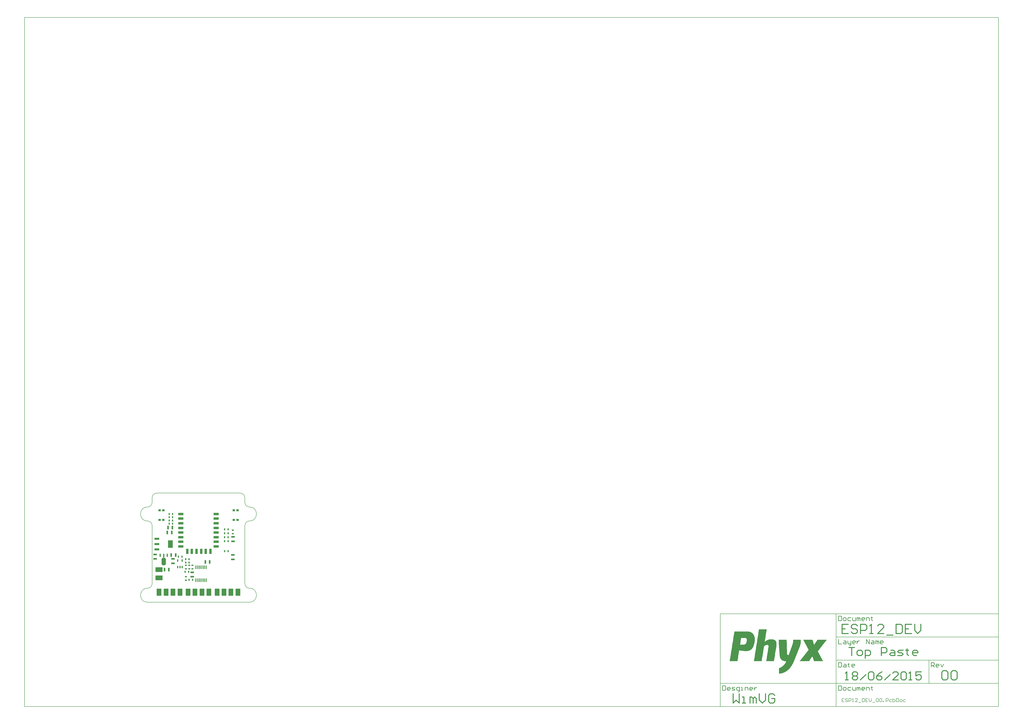
<source format=gtp>
G04 Layer_Color=8421504*
%FSLAX25Y25*%
%MOIN*%
G70*
G01*
G75*
%ADD10C,0.00787*%
%ADD12C,0.01575*%
%ADD19R,0.02362X0.03543*%
%ADD20R,0.02362X0.03937*%
%ADD21R,0.02756X0.05906*%
G04:AMPARAMS|DCode=22|XSize=74.8mil|YSize=125.98mil|CornerRadius=0mil|HoleSize=0mil|Usage=FLASHONLY|Rotation=0.000|XOffset=0mil|YOffset=0mil|HoleType=Round|Shape=Octagon|*
%AMOCTAGOND22*
4,1,8,-0.01870,0.06299,0.01870,0.06299,0.03740,0.04429,0.03740,-0.04429,0.01870,-0.06299,-0.01870,-0.06299,-0.03740,-0.04429,-0.03740,0.04429,-0.01870,0.06299,0.0*
%
%ADD22OCTAGOND22*%

%ADD23R,0.02362X0.05512*%
%ADD24R,0.02362X0.07087*%
%ADD25R,0.01378X0.06299*%
%ADD26R,0.05906X0.02756*%
G04:AMPARAMS|DCode=28|XSize=118.11mil|YSize=78.74mil|CornerRadius=3.94mil|HoleSize=0mil|Usage=FLASHONLY|Rotation=90.000|XOffset=0mil|YOffset=0mil|HoleType=Round|Shape=RoundedRectangle|*
%AMROUNDEDRECTD28*
21,1,0.11811,0.07087,0,0,90.0*
21,1,0.11024,0.07874,0,0,90.0*
1,1,0.00787,0.03543,0.05512*
1,1,0.00787,0.03543,-0.05512*
1,1,0.00787,-0.03543,-0.05512*
1,1,0.00787,-0.03543,0.05512*
%
%ADD28ROUNDEDRECTD28*%
%ADD29R,0.03543X0.02362*%
G04:AMPARAMS|DCode=30|XSize=118.11mil|YSize=78.74mil|CornerRadius=3.94mil|HoleSize=0mil|Usage=FLASHONLY|Rotation=180.000|XOffset=0mil|YOffset=0mil|HoleType=Round|Shape=RoundedRectangle|*
%AMROUNDEDRECTD30*
21,1,0.11811,0.07087,0,0,180.0*
21,1,0.11024,0.07874,0,0,180.0*
1,1,0.00787,-0.05512,0.03543*
1,1,0.00787,0.05512,0.03543*
1,1,0.00787,0.05512,-0.03543*
1,1,0.00787,-0.05512,-0.03543*
%
%ADD30ROUNDEDRECTD30*%
%ADD31R,0.03937X0.03543*%
%ADD32R,0.08465X0.12795*%
%ADD33R,0.08465X0.03543*%
%ADD34R,0.03937X0.08858*%
%ADD35R,0.08858X0.03937*%
%ADD38C,0.00984*%
G36*
X1121080Y-64032D02*
Y-64318D01*
Y-64605D01*
Y-64891D01*
Y-65177D01*
Y-65464D01*
Y-65750D01*
Y-66036D01*
Y-66322D01*
Y-66609D01*
Y-66895D01*
Y-67181D01*
Y-67468D01*
Y-67754D01*
Y-68040D01*
Y-68327D01*
Y-68613D01*
Y-68899D01*
Y-69186D01*
Y-69472D01*
Y-69758D01*
X1120793D01*
Y-70044D01*
Y-70331D01*
Y-70617D01*
Y-70903D01*
Y-71190D01*
X1120507D01*
Y-71476D01*
Y-71762D01*
Y-72049D01*
Y-72335D01*
X1120221D01*
Y-72621D01*
Y-72908D01*
Y-73194D01*
Y-73480D01*
X1119934D01*
Y-73767D01*
Y-74053D01*
Y-74339D01*
X1119648D01*
Y-74625D01*
Y-74912D01*
Y-75198D01*
X1119362D01*
Y-75485D01*
Y-75771D01*
Y-76057D01*
X1119075D01*
Y-76343D01*
Y-76630D01*
Y-76916D01*
X1118789D01*
Y-77202D01*
Y-77489D01*
X1118503D01*
Y-77775D01*
Y-78061D01*
X1118217D01*
Y-78348D01*
Y-78634D01*
Y-78920D01*
X1117930D01*
Y-79207D01*
Y-79493D01*
X1117644D01*
Y-79779D01*
Y-80066D01*
Y-80352D01*
X1117358D01*
Y-80638D01*
Y-80924D01*
X1117071D01*
Y-81211D01*
Y-81497D01*
Y-81783D01*
X1116785D01*
Y-82070D01*
Y-82356D01*
X1116499D01*
Y-82642D01*
Y-82929D01*
Y-83215D01*
X1116212D01*
Y-83501D01*
Y-83788D01*
X1115926D01*
Y-84074D01*
Y-84360D01*
Y-84646D01*
X1115640D01*
Y-84933D01*
Y-85219D01*
X1115353D01*
Y-85505D01*
Y-85792D01*
Y-86078D01*
X1115067D01*
Y-86364D01*
Y-86651D01*
X1114781D01*
Y-86937D01*
Y-87223D01*
Y-87510D01*
X1114494D01*
Y-87796D01*
Y-88082D01*
X1114208D01*
Y-88369D01*
Y-88655D01*
Y-88941D01*
X1113922D01*
Y-89227D01*
Y-89514D01*
X1113636D01*
Y-89800D01*
Y-90086D01*
Y-90373D01*
X1113349D01*
Y-90659D01*
Y-90945D01*
X1113063D01*
Y-91232D01*
Y-91518D01*
Y-91804D01*
X1112776D01*
Y-92091D01*
Y-92377D01*
X1112490D01*
Y-92663D01*
Y-92950D01*
Y-93236D01*
X1112204D01*
Y-93522D01*
Y-93809D01*
X1111918D01*
Y-94095D01*
Y-94381D01*
Y-94667D01*
X1111631D01*
Y-94954D01*
Y-95240D01*
X1111345D01*
Y-95526D01*
Y-95813D01*
Y-96099D01*
X1111059D01*
Y-96385D01*
Y-96672D01*
X1110772D01*
Y-96958D01*
Y-97244D01*
Y-97531D01*
X1110486D01*
Y-97817D01*
Y-98103D01*
X1110200D01*
Y-98390D01*
Y-98676D01*
Y-98962D01*
X1109913D01*
Y-99248D01*
Y-99535D01*
X1109627D01*
Y-99821D01*
Y-100107D01*
Y-100394D01*
X1109341D01*
Y-100680D01*
Y-100966D01*
X1109054D01*
Y-101253D01*
Y-101539D01*
X1108768D01*
Y-101825D01*
Y-102112D01*
X1108482D01*
Y-102398D01*
Y-102684D01*
Y-102971D01*
X1108195D01*
Y-103257D01*
X1107909D01*
Y-103543D01*
Y-103829D01*
Y-104116D01*
X1107623D01*
Y-104402D01*
X1107337D01*
Y-104688D01*
Y-104975D01*
X1107050D01*
Y-105261D01*
Y-105547D01*
X1106764D01*
Y-105834D01*
Y-106120D01*
X1106478D01*
Y-106406D01*
Y-106693D01*
X1106191D01*
Y-106979D01*
X1105905D01*
Y-107265D01*
Y-107552D01*
X1105619D01*
Y-107838D01*
Y-108124D01*
X1105332D01*
Y-108411D01*
X1105046D01*
Y-108697D01*
X1104760D01*
Y-108983D01*
Y-109269D01*
X1104473D01*
Y-109556D01*
X1104187D01*
Y-109842D01*
Y-110128D01*
X1103901D01*
Y-110415D01*
X1103615D01*
Y-110701D01*
X1103328D01*
Y-110987D01*
Y-111274D01*
X1103042D01*
Y-111560D01*
X1102756D01*
Y-111846D01*
X1102469D01*
Y-112133D01*
X1102183D01*
Y-112419D01*
X1101897D01*
Y-112705D01*
Y-112991D01*
X1101610D01*
Y-113278D01*
X1101324D01*
Y-113564D01*
X1101038D01*
Y-113850D01*
X1100751D01*
Y-114137D01*
X1100465D01*
Y-114423D01*
X1100179D01*
Y-114709D01*
X1099892D01*
Y-114996D01*
X1099320D01*
Y-115282D01*
X1099034D01*
Y-115568D01*
X1098747D01*
Y-115855D01*
X1098461D01*
Y-116141D01*
X1098175D01*
Y-116427D01*
X1097602D01*
Y-116714D01*
X1097316D01*
Y-117000D01*
X1096743D01*
Y-117286D01*
X1096457D01*
Y-117572D01*
X1095884D01*
Y-117859D01*
X1095598D01*
Y-118145D01*
X1095025D01*
Y-118431D01*
X1094452D01*
Y-118718D01*
X1093880D01*
Y-119004D01*
X1093307D01*
Y-119290D01*
X1092735D01*
Y-119577D01*
X1091876D01*
Y-119863D01*
X1091303D01*
Y-120149D01*
X1090444D01*
Y-120436D01*
X1089299D01*
Y-120722D01*
X1088154D01*
Y-121008D01*
X1086436D01*
Y-121294D01*
X1084432D01*
Y-121581D01*
X1084145D01*
Y-121294D01*
Y-121008D01*
Y-120722D01*
Y-120436D01*
Y-120149D01*
Y-119863D01*
Y-119577D01*
Y-119290D01*
Y-119004D01*
Y-118718D01*
Y-118431D01*
Y-118145D01*
Y-117859D01*
Y-117572D01*
Y-117286D01*
Y-117000D01*
Y-116714D01*
Y-116427D01*
Y-116141D01*
Y-115855D01*
Y-115568D01*
Y-115282D01*
Y-114996D01*
Y-114709D01*
Y-114423D01*
Y-114137D01*
Y-113850D01*
Y-113564D01*
Y-113278D01*
Y-112991D01*
Y-112705D01*
Y-112419D01*
Y-112133D01*
X1084718D01*
Y-111846D01*
X1085291D01*
Y-111560D01*
X1085863D01*
Y-111274D01*
X1086436D01*
Y-110987D01*
X1087008D01*
Y-110701D01*
X1087581D01*
Y-110415D01*
X1087867D01*
Y-110128D01*
X1088440D01*
Y-109842D01*
X1088726D01*
Y-109556D01*
X1089299D01*
Y-109269D01*
X1089585D01*
Y-108983D01*
X1089872D01*
Y-108697D01*
X1090444D01*
Y-108411D01*
X1090730D01*
Y-108124D01*
X1091017D01*
Y-107838D01*
X1091303D01*
Y-107552D01*
X1091589D01*
Y-107265D01*
X1091876D01*
Y-106979D01*
X1092162D01*
Y-106693D01*
X1092448D01*
Y-106406D01*
X1092735D01*
Y-106120D01*
X1093021D01*
Y-105834D01*
X1093307D01*
Y-105547D01*
X1093594D01*
Y-105261D01*
Y-104975D01*
X1093880D01*
Y-104688D01*
X1094166D01*
Y-104402D01*
X1094452D01*
Y-104116D01*
Y-103829D01*
X1094739D01*
Y-103543D01*
X1095025D01*
Y-103257D01*
Y-102971D01*
X1095311D01*
Y-102684D01*
Y-102398D01*
X1095598D01*
Y-102112D01*
X1095884D01*
Y-101825D01*
Y-101539D01*
X1096170D01*
Y-101253D01*
Y-100966D01*
X1096457D01*
Y-100680D01*
Y-100394D01*
X1094739D01*
Y-100107D01*
X1092735D01*
Y-99821D01*
X1091589D01*
Y-99535D01*
X1091017D01*
Y-99248D01*
X1090158D01*
Y-98962D01*
X1089585D01*
Y-98676D01*
X1089299D01*
Y-98390D01*
X1088726D01*
Y-98103D01*
X1088440D01*
Y-97817D01*
X1088154D01*
Y-97531D01*
X1087867D01*
Y-97244D01*
X1087581D01*
Y-96958D01*
X1087295D01*
Y-96672D01*
Y-96385D01*
X1087008D01*
Y-96099D01*
X1086722D01*
Y-95813D01*
Y-95526D01*
X1086436D01*
Y-95240D01*
Y-94954D01*
X1086149D01*
Y-94667D01*
Y-94381D01*
X1085863D01*
Y-94095D01*
Y-93809D01*
Y-93522D01*
X1085577D01*
Y-93236D01*
Y-92950D01*
Y-92663D01*
Y-92377D01*
X1085291D01*
Y-92091D01*
Y-91804D01*
Y-91518D01*
Y-91232D01*
Y-90945D01*
Y-90659D01*
Y-90373D01*
X1085004D01*
Y-90086D01*
Y-89800D01*
Y-89514D01*
Y-89227D01*
Y-88941D01*
Y-88655D01*
Y-88369D01*
Y-88082D01*
Y-87796D01*
Y-87510D01*
Y-87223D01*
Y-86937D01*
Y-86651D01*
Y-86364D01*
Y-86078D01*
X1084718D01*
Y-85792D01*
Y-85505D01*
Y-85219D01*
Y-84933D01*
Y-84646D01*
Y-84360D01*
Y-84074D01*
Y-83788D01*
Y-83501D01*
Y-83215D01*
Y-82929D01*
Y-82642D01*
Y-82356D01*
Y-82070D01*
Y-81783D01*
X1084432D01*
Y-81497D01*
Y-81211D01*
Y-80924D01*
Y-80638D01*
Y-80352D01*
Y-80066D01*
Y-79779D01*
Y-79493D01*
Y-79207D01*
Y-78920D01*
Y-78634D01*
Y-78348D01*
Y-78061D01*
Y-77775D01*
Y-77489D01*
Y-77202D01*
X1084145D01*
Y-76916D01*
Y-76630D01*
Y-76343D01*
Y-76057D01*
Y-75771D01*
Y-75485D01*
Y-75198D01*
Y-74912D01*
Y-74625D01*
Y-74339D01*
Y-74053D01*
Y-73767D01*
Y-73480D01*
Y-73194D01*
Y-72908D01*
Y-72621D01*
X1083859D01*
Y-72335D01*
Y-72049D01*
Y-71762D01*
Y-71476D01*
Y-71190D01*
Y-70903D01*
Y-70617D01*
Y-70331D01*
Y-70044D01*
Y-69758D01*
Y-69472D01*
Y-69186D01*
Y-68899D01*
Y-68613D01*
X1083573D01*
Y-68327D01*
Y-68040D01*
Y-67754D01*
Y-67468D01*
Y-67181D01*
Y-66895D01*
Y-66609D01*
Y-66322D01*
Y-66036D01*
Y-65750D01*
Y-65464D01*
Y-65177D01*
Y-64891D01*
Y-64605D01*
Y-64318D01*
Y-64032D01*
X1083286D01*
Y-63746D01*
X1097029D01*
Y-64032D01*
Y-64318D01*
Y-64605D01*
Y-64891D01*
Y-65177D01*
Y-65464D01*
Y-65750D01*
Y-66036D01*
Y-66322D01*
Y-66609D01*
Y-66895D01*
Y-67181D01*
Y-67468D01*
Y-67754D01*
X1097316D01*
Y-68040D01*
Y-68327D01*
Y-68613D01*
Y-68899D01*
Y-69186D01*
Y-69472D01*
Y-69758D01*
Y-70044D01*
Y-70331D01*
Y-70617D01*
Y-70903D01*
Y-71190D01*
Y-71476D01*
Y-71762D01*
Y-72049D01*
Y-72335D01*
Y-72621D01*
Y-72908D01*
Y-73194D01*
Y-73480D01*
Y-73767D01*
Y-74053D01*
Y-74339D01*
Y-74625D01*
Y-74912D01*
Y-75198D01*
Y-75485D01*
Y-75771D01*
Y-76057D01*
Y-76343D01*
Y-76630D01*
Y-76916D01*
Y-77202D01*
Y-77489D01*
Y-77775D01*
Y-78061D01*
Y-78348D01*
Y-78634D01*
Y-78920D01*
Y-79207D01*
Y-79493D01*
X1097602D01*
Y-79779D01*
X1097316D01*
Y-80066D01*
Y-80352D01*
X1097602D01*
Y-80638D01*
Y-80924D01*
Y-81211D01*
Y-81497D01*
Y-81783D01*
Y-82070D01*
Y-82356D01*
Y-82642D01*
Y-82929D01*
Y-83215D01*
Y-83501D01*
Y-83788D01*
Y-84074D01*
Y-84360D01*
Y-84646D01*
Y-84933D01*
Y-85219D01*
Y-85505D01*
Y-85792D01*
Y-86078D01*
Y-86364D01*
Y-86651D01*
Y-86937D01*
Y-87223D01*
Y-87510D01*
Y-87796D01*
X1097888D01*
Y-88082D01*
Y-88369D01*
Y-88655D01*
X1098175D01*
Y-88941D01*
X1098461D01*
Y-89227D01*
X1098747D01*
Y-89514D01*
X1099606D01*
Y-89800D01*
X1100465D01*
Y-89514D01*
X1100751D01*
Y-89227D01*
Y-88941D01*
Y-88655D01*
X1101038D01*
Y-88369D01*
Y-88082D01*
X1101324D01*
Y-87796D01*
Y-87510D01*
Y-87223D01*
X1101610D01*
Y-86937D01*
Y-86651D01*
Y-86364D01*
X1101897D01*
Y-86078D01*
Y-85792D01*
Y-85505D01*
X1102183D01*
Y-85219D01*
Y-84933D01*
Y-84646D01*
X1102469D01*
Y-84360D01*
Y-84074D01*
X1102756D01*
Y-83788D01*
Y-83501D01*
Y-83215D01*
X1103042D01*
Y-82929D01*
Y-82642D01*
Y-82356D01*
X1103328D01*
Y-82070D01*
Y-81783D01*
Y-81497D01*
X1103615D01*
Y-81211D01*
Y-80924D01*
X1103901D01*
Y-80638D01*
Y-80352D01*
Y-80066D01*
X1104187D01*
Y-79779D01*
Y-79493D01*
Y-79207D01*
X1104473D01*
Y-78920D01*
Y-78634D01*
Y-78348D01*
X1104760D01*
Y-78061D01*
Y-77775D01*
X1105046D01*
Y-77489D01*
Y-77202D01*
Y-76916D01*
X1105332D01*
Y-76630D01*
Y-76343D01*
Y-76057D01*
X1105619D01*
Y-75771D01*
Y-75485D01*
Y-75198D01*
X1105905D01*
Y-74912D01*
Y-74625D01*
X1106191D01*
Y-74339D01*
Y-74053D01*
Y-73767D01*
X1106478D01*
Y-73480D01*
Y-73194D01*
Y-72908D01*
X1106764D01*
Y-72621D01*
Y-72335D01*
Y-72049D01*
X1107050D01*
Y-71762D01*
Y-71476D01*
Y-71190D01*
Y-70903D01*
X1107337D01*
Y-70617D01*
Y-70331D01*
Y-70044D01*
Y-69758D01*
X1107623D01*
Y-69472D01*
Y-69186D01*
Y-68899D01*
Y-68613D01*
Y-68327D01*
X1107909D01*
Y-68040D01*
Y-67754D01*
Y-67468D01*
Y-67181D01*
Y-66895D01*
Y-66609D01*
X1108195D01*
Y-66322D01*
Y-66036D01*
Y-65750D01*
Y-65464D01*
Y-65177D01*
Y-64891D01*
Y-64605D01*
Y-64318D01*
Y-64032D01*
Y-63746D01*
X1121080D01*
Y-64032D01*
D02*
G37*
G36*
X1063244Y-46567D02*
Y-46853D01*
X1062958D01*
Y-47139D01*
Y-47426D01*
Y-47712D01*
Y-47998D01*
Y-48285D01*
Y-48571D01*
X1062672D01*
Y-48857D01*
Y-49144D01*
Y-49430D01*
Y-49716D01*
Y-50003D01*
Y-50289D01*
X1062385D01*
Y-50575D01*
Y-50862D01*
Y-51148D01*
Y-51434D01*
Y-51720D01*
Y-52007D01*
Y-52293D01*
X1062099D01*
Y-52579D01*
Y-52866D01*
Y-53152D01*
Y-53438D01*
Y-53725D01*
Y-54011D01*
X1061813D01*
Y-54297D01*
Y-54584D01*
Y-54870D01*
Y-55156D01*
Y-55443D01*
Y-55729D01*
X1061526D01*
Y-56015D01*
Y-56301D01*
Y-56588D01*
Y-56874D01*
Y-57161D01*
Y-57447D01*
Y-57733D01*
X1061240D01*
Y-58019D01*
Y-58306D01*
Y-58592D01*
Y-58878D01*
Y-59165D01*
Y-59451D01*
X1060954D01*
Y-59737D01*
Y-60024D01*
Y-60310D01*
Y-60596D01*
Y-60883D01*
Y-61169D01*
X1060668D01*
Y-61455D01*
Y-61742D01*
Y-62028D01*
Y-62314D01*
Y-62600D01*
Y-62887D01*
X1060381D01*
Y-63173D01*
Y-63459D01*
Y-63746D01*
Y-64032D01*
Y-64318D01*
Y-64605D01*
Y-64891D01*
X1060095D01*
Y-65177D01*
Y-65464D01*
Y-65750D01*
Y-66036D01*
Y-66322D01*
Y-66609D01*
X1059809D01*
Y-66895D01*
Y-67181D01*
X1060381D01*
Y-66895D01*
X1060668D01*
Y-66609D01*
X1060954D01*
Y-66322D01*
X1061526D01*
Y-66036D01*
X1061813D01*
Y-65750D01*
X1062099D01*
Y-65464D01*
X1062672D01*
Y-65177D01*
X1063244D01*
Y-64891D01*
X1063531D01*
Y-64605D01*
X1064103D01*
Y-64318D01*
X1064962D01*
Y-64032D01*
X1065535D01*
Y-63746D01*
X1066394D01*
Y-63459D01*
X1067825D01*
Y-63173D01*
X1074124D01*
Y-63459D01*
X1075270D01*
Y-63746D01*
X1076128D01*
Y-64032D01*
X1076701D01*
Y-64318D01*
X1076987D01*
Y-64605D01*
X1077560D01*
Y-64891D01*
X1077846D01*
Y-65177D01*
X1078133D01*
Y-65464D01*
X1078419D01*
Y-65750D01*
X1078705D01*
Y-66036D01*
Y-66322D01*
X1078992D01*
Y-66609D01*
Y-66895D01*
X1079278D01*
Y-67181D01*
Y-67468D01*
Y-67754D01*
X1079564D01*
Y-68040D01*
Y-68327D01*
Y-68613D01*
Y-68899D01*
X1079850D01*
Y-69186D01*
Y-69472D01*
Y-69758D01*
Y-70044D01*
Y-70331D01*
Y-70617D01*
Y-70903D01*
Y-71190D01*
Y-71476D01*
Y-71762D01*
Y-72049D01*
Y-72335D01*
Y-72621D01*
Y-72908D01*
Y-73194D01*
Y-73480D01*
Y-73767D01*
Y-74053D01*
X1079564D01*
Y-74339D01*
Y-74625D01*
Y-74912D01*
Y-75198D01*
Y-75485D01*
Y-75771D01*
Y-76057D01*
X1079278D01*
Y-76343D01*
Y-76630D01*
Y-76916D01*
Y-77202D01*
Y-77489D01*
Y-77775D01*
Y-78061D01*
X1078992D01*
Y-78348D01*
Y-78634D01*
Y-78920D01*
Y-79207D01*
Y-79493D01*
Y-79779D01*
X1078705D01*
Y-80066D01*
Y-80352D01*
Y-80638D01*
Y-80924D01*
Y-81211D01*
Y-81497D01*
X1078419D01*
Y-81783D01*
Y-82070D01*
Y-82356D01*
Y-82642D01*
Y-82929D01*
Y-83215D01*
X1078133D01*
Y-83501D01*
Y-83788D01*
Y-84074D01*
Y-84360D01*
Y-84646D01*
Y-84933D01*
Y-85219D01*
X1077846D01*
Y-85505D01*
Y-85792D01*
Y-86078D01*
Y-86364D01*
Y-86651D01*
Y-86937D01*
X1077560D01*
Y-87223D01*
Y-87510D01*
Y-87796D01*
Y-88082D01*
Y-88369D01*
Y-88655D01*
X1077274D01*
Y-88941D01*
Y-89227D01*
Y-89514D01*
Y-89800D01*
Y-90086D01*
Y-90373D01*
Y-90659D01*
X1076987D01*
Y-90945D01*
Y-91232D01*
Y-91518D01*
Y-91804D01*
Y-92091D01*
Y-92377D01*
X1076701D01*
Y-92663D01*
Y-92950D01*
Y-93236D01*
Y-93522D01*
Y-93809D01*
Y-94095D01*
X1076415D01*
Y-94381D01*
Y-94667D01*
Y-94954D01*
Y-95240D01*
Y-95526D01*
Y-95813D01*
X1076128D01*
Y-96099D01*
Y-96385D01*
Y-96672D01*
Y-96958D01*
Y-97244D01*
Y-97531D01*
Y-97817D01*
X1075842D01*
Y-98103D01*
Y-98390D01*
Y-98676D01*
Y-98962D01*
Y-99248D01*
Y-99535D01*
X1075556D01*
Y-99821D01*
Y-100107D01*
X1062385D01*
Y-99821D01*
Y-99535D01*
X1062672D01*
Y-99248D01*
Y-98962D01*
Y-98676D01*
Y-98390D01*
Y-98103D01*
Y-97817D01*
X1062958D01*
Y-97531D01*
Y-97244D01*
Y-96958D01*
Y-96672D01*
Y-96385D01*
Y-96099D01*
Y-95813D01*
X1063244D01*
Y-95526D01*
Y-95240D01*
Y-94954D01*
Y-94667D01*
Y-94381D01*
Y-94095D01*
X1063531D01*
Y-93809D01*
Y-93522D01*
Y-93236D01*
Y-92950D01*
Y-92663D01*
Y-92377D01*
X1063817D01*
Y-92091D01*
Y-91804D01*
Y-91518D01*
Y-91232D01*
Y-90945D01*
Y-90659D01*
Y-90373D01*
X1064103D01*
Y-90086D01*
Y-89800D01*
Y-89514D01*
Y-89227D01*
Y-88941D01*
Y-88655D01*
X1064390D01*
Y-88369D01*
Y-88082D01*
Y-87796D01*
Y-87510D01*
Y-87223D01*
Y-86937D01*
Y-86651D01*
X1064676D01*
Y-86364D01*
Y-86078D01*
Y-85792D01*
Y-85505D01*
Y-85219D01*
Y-84933D01*
X1064962D01*
Y-84646D01*
Y-84360D01*
Y-84074D01*
Y-83788D01*
Y-83501D01*
Y-83215D01*
X1065249D01*
Y-82929D01*
Y-82642D01*
Y-82356D01*
Y-82070D01*
Y-81783D01*
Y-81497D01*
X1065535D01*
Y-81211D01*
Y-80924D01*
Y-80638D01*
Y-80352D01*
Y-80066D01*
Y-79779D01*
Y-79493D01*
X1065821D01*
Y-79207D01*
Y-78920D01*
Y-78634D01*
Y-78348D01*
Y-78061D01*
Y-77775D01*
X1066107D01*
Y-77489D01*
Y-77202D01*
Y-76916D01*
Y-76630D01*
Y-76343D01*
Y-76057D01*
Y-75771D01*
X1066394D01*
Y-75485D01*
Y-75198D01*
Y-74912D01*
Y-74625D01*
Y-74339D01*
Y-74053D01*
X1066107D01*
Y-73767D01*
Y-73480D01*
X1065821D01*
Y-73194D01*
X1065535D01*
Y-72908D01*
X1064962D01*
Y-72621D01*
X1063244D01*
Y-72908D01*
X1061813D01*
Y-73194D01*
X1060954D01*
Y-73480D01*
X1060381D01*
Y-73767D01*
X1060095D01*
Y-74053D01*
X1059522D01*
Y-74339D01*
X1059236D01*
Y-74625D01*
X1058950D01*
Y-74912D01*
Y-75198D01*
X1058663D01*
Y-75485D01*
Y-75771D01*
Y-76057D01*
X1058377D01*
Y-76343D01*
Y-76630D01*
Y-76916D01*
Y-77202D01*
Y-77489D01*
Y-77775D01*
X1058091D01*
Y-78061D01*
Y-78348D01*
Y-78634D01*
Y-78920D01*
Y-79207D01*
Y-79493D01*
Y-79779D01*
X1057804D01*
Y-80066D01*
Y-80352D01*
Y-80638D01*
Y-80924D01*
Y-81211D01*
Y-81497D01*
X1057518D01*
Y-81783D01*
Y-82070D01*
Y-82356D01*
Y-82642D01*
Y-82929D01*
Y-83215D01*
X1057232D01*
Y-83501D01*
Y-83788D01*
Y-84074D01*
Y-84360D01*
Y-84646D01*
Y-84933D01*
X1056946D01*
Y-85219D01*
Y-85505D01*
Y-85792D01*
Y-86078D01*
Y-86364D01*
Y-86651D01*
Y-86937D01*
X1056659D01*
Y-87223D01*
Y-87510D01*
Y-87796D01*
Y-88082D01*
Y-88369D01*
Y-88655D01*
X1056373D01*
Y-88941D01*
Y-89227D01*
Y-89514D01*
Y-89800D01*
Y-90086D01*
Y-90373D01*
X1056087D01*
Y-90659D01*
Y-90945D01*
Y-91232D01*
Y-91518D01*
Y-91804D01*
Y-92091D01*
Y-92377D01*
X1055800D01*
Y-92663D01*
Y-92950D01*
Y-93236D01*
Y-93522D01*
Y-93809D01*
Y-94095D01*
X1055514D01*
Y-94381D01*
Y-94667D01*
Y-94954D01*
Y-95240D01*
Y-95526D01*
Y-95813D01*
X1055228D01*
Y-96099D01*
Y-96385D01*
Y-96672D01*
Y-96958D01*
Y-97244D01*
Y-97531D01*
X1054941D01*
Y-97817D01*
Y-98103D01*
Y-98390D01*
Y-98676D01*
Y-98962D01*
Y-99248D01*
Y-99535D01*
X1054655D01*
Y-99821D01*
Y-100107D01*
X1041485D01*
Y-99821D01*
Y-99535D01*
X1041771D01*
Y-99248D01*
Y-98962D01*
Y-98676D01*
Y-98390D01*
Y-98103D01*
Y-97817D01*
Y-97531D01*
X1042057D01*
Y-97244D01*
Y-96958D01*
Y-96672D01*
Y-96385D01*
Y-96099D01*
Y-95813D01*
X1042344D01*
Y-95526D01*
Y-95240D01*
Y-94954D01*
Y-94667D01*
Y-94381D01*
Y-94095D01*
X1042630D01*
Y-93809D01*
Y-93522D01*
Y-93236D01*
Y-92950D01*
Y-92663D01*
Y-92377D01*
Y-92091D01*
X1042916D01*
Y-91804D01*
Y-91518D01*
Y-91232D01*
Y-90945D01*
Y-90659D01*
Y-90373D01*
X1043202D01*
Y-90086D01*
Y-89800D01*
Y-89514D01*
Y-89227D01*
Y-88941D01*
Y-88655D01*
X1043489D01*
Y-88369D01*
Y-88082D01*
Y-87796D01*
Y-87510D01*
Y-87223D01*
Y-86937D01*
X1043775D01*
Y-86651D01*
Y-86364D01*
Y-86078D01*
Y-85792D01*
Y-85505D01*
Y-85219D01*
Y-84933D01*
X1044061D01*
Y-84646D01*
Y-84360D01*
Y-84074D01*
Y-83788D01*
Y-83501D01*
Y-83215D01*
X1044348D01*
Y-82929D01*
Y-82642D01*
Y-82356D01*
Y-82070D01*
Y-81783D01*
Y-81497D01*
X1044634D01*
Y-81211D01*
Y-80924D01*
Y-80638D01*
Y-80352D01*
Y-80066D01*
Y-79779D01*
Y-79493D01*
X1044920D01*
Y-79207D01*
Y-78920D01*
Y-78634D01*
Y-78348D01*
Y-78061D01*
Y-77775D01*
X1045207D01*
Y-77489D01*
Y-77202D01*
Y-76916D01*
Y-76630D01*
Y-76343D01*
Y-76057D01*
X1045493D01*
Y-75771D01*
Y-75485D01*
Y-75198D01*
Y-74912D01*
Y-74625D01*
Y-74339D01*
X1045779D01*
Y-74053D01*
Y-73767D01*
Y-73480D01*
Y-73194D01*
Y-72908D01*
Y-72621D01*
Y-72335D01*
X1046066D01*
Y-72049D01*
Y-71762D01*
Y-71476D01*
Y-71190D01*
Y-70903D01*
Y-70617D01*
X1046352D01*
Y-70331D01*
Y-70044D01*
Y-69758D01*
Y-69472D01*
Y-69186D01*
Y-68899D01*
X1046638D01*
Y-68613D01*
Y-68327D01*
Y-68040D01*
Y-67754D01*
Y-67468D01*
Y-67181D01*
X1046925D01*
Y-66895D01*
Y-66609D01*
Y-66322D01*
Y-66036D01*
Y-65750D01*
Y-65464D01*
Y-65177D01*
X1047211D01*
Y-64891D01*
Y-64605D01*
Y-64318D01*
Y-64032D01*
Y-63746D01*
Y-63459D01*
X1047497D01*
Y-63173D01*
Y-62887D01*
Y-62600D01*
Y-62314D01*
Y-62028D01*
Y-61742D01*
X1047783D01*
Y-61455D01*
Y-61169D01*
Y-60883D01*
Y-60596D01*
Y-60310D01*
Y-60024D01*
Y-59737D01*
X1048070D01*
Y-59451D01*
Y-59165D01*
Y-58878D01*
Y-58592D01*
Y-58306D01*
Y-58019D01*
X1048356D01*
Y-57733D01*
Y-57447D01*
Y-57161D01*
Y-56874D01*
Y-56588D01*
Y-56301D01*
X1048642D01*
Y-56015D01*
Y-55729D01*
Y-55443D01*
Y-55156D01*
Y-54870D01*
Y-54584D01*
X1048929D01*
Y-54297D01*
Y-54011D01*
Y-53725D01*
Y-53438D01*
Y-53152D01*
Y-52866D01*
Y-52579D01*
X1049215D01*
Y-52293D01*
Y-52007D01*
Y-51720D01*
Y-51434D01*
Y-51148D01*
Y-50862D01*
X1049501D01*
Y-50575D01*
Y-50289D01*
Y-50003D01*
Y-49716D01*
Y-49430D01*
Y-49144D01*
X1049788D01*
Y-48857D01*
Y-48571D01*
Y-48285D01*
Y-47998D01*
Y-47712D01*
Y-47426D01*
Y-47139D01*
X1050074D01*
Y-46853D01*
Y-46567D01*
Y-46281D01*
X1063244D01*
Y-46567D01*
D02*
G37*
G36*
X1032036Y-50003D02*
X1033754D01*
Y-50289D01*
X1034613D01*
Y-50575D01*
X1035472D01*
Y-50862D01*
X1036331D01*
Y-51148D01*
X1036904D01*
Y-51434D01*
X1037190D01*
Y-51720D01*
X1037763D01*
Y-52007D01*
X1038049D01*
Y-52293D01*
X1038622D01*
Y-52579D01*
X1038908D01*
Y-52866D01*
X1039194D01*
Y-53152D01*
X1039480D01*
Y-53438D01*
X1039767D01*
Y-53725D01*
X1040053D01*
Y-54011D01*
X1040339D01*
Y-54297D01*
Y-54584D01*
X1040626D01*
Y-54870D01*
X1040912D01*
Y-55156D01*
Y-55443D01*
X1041198D01*
Y-55729D01*
X1041485D01*
Y-56015D01*
Y-56301D01*
X1041771D01*
Y-56588D01*
Y-56874D01*
Y-57161D01*
X1042057D01*
Y-57447D01*
Y-57733D01*
Y-58019D01*
X1042344D01*
Y-58306D01*
Y-58592D01*
Y-58878D01*
Y-59165D01*
X1042630D01*
Y-59451D01*
Y-59737D01*
Y-60024D01*
Y-60310D01*
Y-60596D01*
X1042916D01*
Y-60883D01*
Y-61169D01*
Y-61455D01*
Y-61742D01*
Y-62028D01*
Y-62314D01*
Y-62600D01*
Y-62887D01*
Y-63173D01*
Y-63459D01*
Y-63746D01*
Y-64032D01*
Y-64318D01*
Y-64605D01*
Y-64891D01*
Y-65177D01*
Y-65464D01*
Y-65750D01*
Y-66036D01*
Y-66322D01*
X1042630D01*
Y-66609D01*
Y-66895D01*
Y-67181D01*
Y-67468D01*
Y-67754D01*
Y-68040D01*
Y-68327D01*
X1042344D01*
Y-68613D01*
Y-68899D01*
Y-69186D01*
Y-69472D01*
Y-69758D01*
X1042057D01*
Y-70044D01*
Y-70331D01*
Y-70617D01*
Y-70903D01*
Y-71190D01*
X1041771D01*
Y-71476D01*
Y-71762D01*
Y-72049D01*
X1041485D01*
Y-72335D01*
Y-72621D01*
Y-72908D01*
Y-73194D01*
X1041198D01*
Y-73480D01*
Y-73767D01*
Y-74053D01*
X1040912D01*
Y-74339D01*
Y-74625D01*
X1040626D01*
Y-74912D01*
Y-75198D01*
Y-75485D01*
X1040339D01*
Y-75771D01*
Y-76057D01*
X1040053D01*
Y-76343D01*
Y-76630D01*
X1039767D01*
Y-76916D01*
Y-77202D01*
X1039480D01*
Y-77489D01*
X1039194D01*
Y-77775D01*
Y-78061D01*
X1038908D01*
Y-78348D01*
X1038622D01*
Y-78634D01*
X1038335D01*
Y-78920D01*
Y-79207D01*
X1038049D01*
Y-79493D01*
X1037763D01*
Y-79779D01*
X1037476D01*
Y-80066D01*
X1037190D01*
Y-80352D01*
X1036904D01*
Y-80638D01*
X1036331D01*
Y-80924D01*
X1036045D01*
Y-81211D01*
X1035472D01*
Y-81497D01*
X1035186D01*
Y-81783D01*
X1034613D01*
Y-82070D01*
X1033754D01*
Y-82356D01*
X1032895D01*
Y-82642D01*
X1032036D01*
Y-82929D01*
X1030318D01*
Y-83215D01*
X1025165D01*
Y-82929D01*
X1022588D01*
Y-82642D01*
X1020584D01*
Y-82356D01*
X1019152D01*
Y-82070D01*
X1017721D01*
Y-81783D01*
X1016289D01*
Y-82070D01*
Y-82356D01*
Y-82642D01*
Y-82929D01*
Y-83215D01*
Y-83501D01*
Y-83788D01*
X1016003D01*
Y-84074D01*
Y-84360D01*
Y-84646D01*
Y-84933D01*
Y-85219D01*
Y-85505D01*
X1015716D01*
Y-85792D01*
Y-86078D01*
Y-86364D01*
Y-86651D01*
Y-86937D01*
Y-87223D01*
X1015430D01*
Y-87510D01*
Y-87796D01*
Y-88082D01*
Y-88369D01*
Y-88655D01*
Y-88941D01*
Y-89227D01*
X1015144D01*
Y-89514D01*
Y-89800D01*
Y-90086D01*
Y-90373D01*
Y-90659D01*
Y-90945D01*
X1014857D01*
Y-91232D01*
Y-91518D01*
Y-91804D01*
Y-92091D01*
Y-92377D01*
Y-92663D01*
X1014571D01*
Y-92950D01*
Y-93236D01*
Y-93522D01*
Y-93809D01*
Y-94095D01*
Y-94381D01*
Y-94667D01*
X1014285D01*
Y-94954D01*
Y-95240D01*
Y-95526D01*
Y-95813D01*
Y-96099D01*
Y-96385D01*
X1013999D01*
Y-96672D01*
Y-96958D01*
Y-97244D01*
Y-97531D01*
Y-97817D01*
Y-98103D01*
X1013712D01*
Y-98390D01*
Y-98676D01*
Y-98962D01*
Y-99248D01*
Y-99535D01*
Y-99821D01*
Y-100107D01*
X1000256D01*
Y-99821D01*
X1000542D01*
Y-99535D01*
Y-99248D01*
Y-98962D01*
Y-98676D01*
Y-98390D01*
X1000828D01*
Y-98103D01*
Y-97817D01*
Y-97531D01*
Y-97244D01*
Y-96958D01*
Y-96672D01*
Y-96385D01*
X1001114D01*
Y-96099D01*
Y-95813D01*
Y-95526D01*
Y-95240D01*
Y-94954D01*
Y-94667D01*
X1001401D01*
Y-94381D01*
Y-94095D01*
Y-93809D01*
Y-93522D01*
Y-93236D01*
Y-92950D01*
X1001687D01*
Y-92663D01*
Y-92377D01*
Y-92091D01*
Y-91804D01*
Y-91518D01*
Y-91232D01*
Y-90945D01*
X1001974D01*
Y-90659D01*
Y-90373D01*
Y-90086D01*
Y-89800D01*
Y-89514D01*
Y-89227D01*
X1002260D01*
Y-88941D01*
Y-88655D01*
Y-88369D01*
Y-88082D01*
Y-87796D01*
Y-87510D01*
X1002546D01*
Y-87223D01*
Y-86937D01*
Y-86651D01*
Y-86364D01*
Y-86078D01*
Y-85792D01*
X1002832D01*
Y-85505D01*
Y-85219D01*
Y-84933D01*
Y-84646D01*
Y-84360D01*
Y-84074D01*
Y-83788D01*
X1003119D01*
Y-83501D01*
Y-83215D01*
Y-82929D01*
Y-82642D01*
Y-82356D01*
Y-82070D01*
X1003405D01*
Y-81783D01*
Y-81497D01*
Y-81211D01*
Y-80924D01*
Y-80638D01*
Y-80352D01*
X1003691D01*
Y-80066D01*
Y-79779D01*
Y-79493D01*
Y-79207D01*
Y-78920D01*
Y-78634D01*
X1003978D01*
Y-78348D01*
Y-78061D01*
Y-77775D01*
Y-77489D01*
Y-77202D01*
Y-76916D01*
Y-76630D01*
X1004264D01*
Y-76343D01*
Y-76057D01*
Y-75771D01*
Y-75485D01*
Y-75198D01*
Y-74912D01*
X1004550D01*
Y-74625D01*
Y-74339D01*
Y-74053D01*
Y-73767D01*
Y-73480D01*
Y-73194D01*
X1004837D01*
Y-72908D01*
Y-72621D01*
Y-72335D01*
Y-72049D01*
Y-71762D01*
Y-71476D01*
Y-71190D01*
X1005123D01*
Y-70903D01*
Y-70617D01*
Y-70331D01*
Y-70044D01*
Y-69758D01*
Y-69472D01*
X1005409D01*
Y-69186D01*
Y-68899D01*
Y-68613D01*
Y-68327D01*
Y-68040D01*
Y-67754D01*
X1005696D01*
Y-67468D01*
Y-67181D01*
Y-66895D01*
Y-66609D01*
Y-66322D01*
Y-66036D01*
X1005982D01*
Y-65750D01*
Y-65464D01*
Y-65177D01*
Y-64891D01*
Y-64605D01*
Y-64318D01*
Y-64032D01*
X1006268D01*
Y-63746D01*
Y-63459D01*
Y-63173D01*
Y-62887D01*
Y-62600D01*
Y-62314D01*
X1006555D01*
Y-62028D01*
Y-61742D01*
Y-61455D01*
Y-61169D01*
Y-60883D01*
Y-60596D01*
X1006841D01*
Y-60310D01*
Y-60024D01*
Y-59737D01*
Y-59451D01*
Y-59165D01*
Y-58878D01*
Y-58592D01*
X1007127D01*
Y-58306D01*
Y-58019D01*
Y-57733D01*
Y-57447D01*
Y-57161D01*
Y-56874D01*
X1007413D01*
Y-56588D01*
Y-56301D01*
Y-56015D01*
Y-55729D01*
Y-55443D01*
Y-55156D01*
X1007700D01*
Y-54870D01*
Y-54584D01*
Y-54297D01*
Y-54011D01*
Y-53725D01*
Y-53438D01*
Y-53152D01*
X1007986D01*
Y-52866D01*
Y-52579D01*
Y-52293D01*
Y-52007D01*
Y-51720D01*
Y-51434D01*
X1008272D01*
Y-51148D01*
Y-50862D01*
Y-50575D01*
Y-50289D01*
Y-50003D01*
Y-49716D01*
X1032036D01*
Y-50003D01*
D02*
G37*
G36*
X1165172Y-64032D02*
X1164886D01*
Y-64318D01*
X1164599D01*
Y-64605D01*
Y-64891D01*
X1164313D01*
Y-65177D01*
X1164027D01*
Y-65464D01*
X1163740D01*
Y-65750D01*
Y-66036D01*
X1163454D01*
Y-66322D01*
X1163168D01*
Y-66609D01*
X1162881D01*
Y-66895D01*
X1162595D01*
Y-67181D01*
Y-67468D01*
X1162309D01*
Y-67754D01*
X1162022D01*
Y-68040D01*
X1161736D01*
Y-68327D01*
Y-68613D01*
X1161450D01*
Y-68899D01*
X1161163D01*
Y-69186D01*
X1160877D01*
Y-69472D01*
X1160591D01*
Y-69758D01*
Y-70044D01*
X1160305D01*
Y-70331D01*
X1160018D01*
Y-70617D01*
X1159732D01*
Y-70903D01*
Y-71190D01*
X1159445D01*
Y-71476D01*
X1159159D01*
Y-71762D01*
X1158873D01*
Y-72049D01*
Y-72335D01*
X1158587D01*
Y-72621D01*
X1158300D01*
Y-72908D01*
X1158014D01*
Y-73194D01*
X1157728D01*
Y-73480D01*
Y-73767D01*
X1157441D01*
Y-74053D01*
X1157155D01*
Y-74339D01*
X1156869D01*
Y-74625D01*
Y-74912D01*
X1156582D01*
Y-75198D01*
X1156296D01*
Y-75485D01*
X1156010D01*
Y-75771D01*
Y-76057D01*
X1155723D01*
Y-76343D01*
X1155437D01*
Y-76630D01*
X1155151D01*
Y-76916D01*
X1154865D01*
Y-77202D01*
Y-77489D01*
X1154578D01*
Y-77775D01*
X1154292D01*
Y-78061D01*
X1154006D01*
Y-78348D01*
Y-78634D01*
X1153719D01*
Y-78920D01*
X1153433D01*
Y-79207D01*
X1153147D01*
Y-79493D01*
Y-79779D01*
X1152860D01*
Y-80066D01*
X1152574D01*
Y-80352D01*
X1152288D01*
Y-80638D01*
X1152001D01*
Y-80924D01*
Y-81211D01*
X1151715D01*
Y-81497D01*
X1151429D01*
Y-81783D01*
X1151142D01*
Y-82070D01*
Y-82356D01*
X1150856D01*
Y-82642D01*
X1150570D01*
Y-82929D01*
X1150284D01*
Y-83215D01*
X1149997D01*
Y-83501D01*
Y-83788D01*
X1150284D01*
Y-84074D01*
Y-84360D01*
X1150570D01*
Y-84646D01*
Y-84933D01*
X1150856D01*
Y-85219D01*
X1151142D01*
Y-85505D01*
Y-85792D01*
X1151429D01*
Y-86078D01*
Y-86364D01*
X1151715D01*
Y-86651D01*
Y-86937D01*
X1152001D01*
Y-87223D01*
Y-87510D01*
X1152288D01*
Y-87796D01*
Y-88082D01*
X1152574D01*
Y-88369D01*
Y-88655D01*
X1152860D01*
Y-88941D01*
Y-89227D01*
X1153147D01*
Y-89514D01*
Y-89800D01*
X1153433D01*
Y-90086D01*
X1153719D01*
Y-90373D01*
Y-90659D01*
X1154006D01*
Y-90945D01*
Y-91232D01*
X1154292D01*
Y-91518D01*
Y-91804D01*
X1154578D01*
Y-92091D01*
Y-92377D01*
X1154865D01*
Y-92663D01*
Y-92950D01*
X1155151D01*
Y-93236D01*
Y-93522D01*
X1155437D01*
Y-93809D01*
Y-94095D01*
X1155723D01*
Y-94381D01*
X1156010D01*
Y-94667D01*
Y-94954D01*
X1156296D01*
Y-95240D01*
Y-95526D01*
X1156582D01*
Y-95813D01*
Y-96099D01*
X1156869D01*
Y-96385D01*
Y-96672D01*
X1157155D01*
Y-96958D01*
Y-97244D01*
X1157441D01*
Y-97531D01*
Y-97817D01*
X1157728D01*
Y-98103D01*
Y-98390D01*
X1158014D01*
Y-98676D01*
X1158300D01*
Y-98962D01*
Y-99248D01*
X1158587D01*
Y-99535D01*
Y-99821D01*
X1158873D01*
Y-100107D01*
X1143698D01*
Y-99821D01*
X1143412D01*
Y-99535D01*
Y-99248D01*
Y-98962D01*
X1143126D01*
Y-98676D01*
Y-98390D01*
Y-98103D01*
X1142839D01*
Y-97817D01*
Y-97531D01*
X1142553D01*
Y-97244D01*
Y-96958D01*
Y-96672D01*
X1142267D01*
Y-96385D01*
Y-96099D01*
Y-95813D01*
X1141980D01*
Y-95526D01*
Y-95240D01*
X1141694D01*
Y-94954D01*
Y-94667D01*
Y-94381D01*
X1141408D01*
Y-94095D01*
Y-93809D01*
Y-93522D01*
X1141121D01*
Y-93236D01*
Y-92950D01*
Y-92663D01*
X1140835D01*
Y-92377D01*
X1140263D01*
Y-92663D01*
Y-92950D01*
X1139976D01*
Y-93236D01*
X1139690D01*
Y-93522D01*
Y-93809D01*
X1139404D01*
Y-94095D01*
X1139117D01*
Y-94381D01*
Y-94667D01*
X1138831D01*
Y-94954D01*
X1138545D01*
Y-95240D01*
Y-95526D01*
X1138258D01*
Y-95813D01*
X1137972D01*
Y-96099D01*
X1137686D01*
Y-96385D01*
Y-96672D01*
X1137399D01*
Y-96958D01*
X1137113D01*
Y-97244D01*
Y-97531D01*
X1136827D01*
Y-97817D01*
X1136541D01*
Y-98103D01*
Y-98390D01*
X1136254D01*
Y-98676D01*
X1135968D01*
Y-98962D01*
Y-99248D01*
X1135682D01*
Y-99535D01*
X1135395D01*
Y-99821D01*
Y-100107D01*
X1119362D01*
Y-99821D01*
X1119648D01*
Y-99535D01*
X1119934D01*
Y-99248D01*
X1120221D01*
Y-98962D01*
X1120507D01*
Y-98676D01*
Y-98390D01*
X1120793D01*
Y-98103D01*
X1121080D01*
Y-97817D01*
X1121366D01*
Y-97531D01*
X1121652D01*
Y-97244D01*
Y-96958D01*
X1121939D01*
Y-96672D01*
X1122225D01*
Y-96385D01*
X1122511D01*
Y-96099D01*
Y-95813D01*
X1122797D01*
Y-95526D01*
X1123084D01*
Y-95240D01*
X1123370D01*
Y-94954D01*
X1123656D01*
Y-94667D01*
Y-94381D01*
X1123943D01*
Y-94095D01*
X1124229D01*
Y-93809D01*
X1124515D01*
Y-93522D01*
X1124802D01*
Y-93236D01*
Y-92950D01*
X1125088D01*
Y-92663D01*
X1125374D01*
Y-92377D01*
X1125661D01*
Y-92091D01*
Y-91804D01*
X1125947D01*
Y-91518D01*
X1126233D01*
Y-91232D01*
X1126519D01*
Y-90945D01*
X1126806D01*
Y-90659D01*
Y-90373D01*
X1127092D01*
Y-90086D01*
X1127378D01*
Y-89800D01*
X1127665D01*
Y-89514D01*
Y-89227D01*
X1127951D01*
Y-88941D01*
X1128237D01*
Y-88655D01*
X1128524D01*
Y-88369D01*
X1128810D01*
Y-88082D01*
Y-87796D01*
X1129096D01*
Y-87510D01*
X1129383D01*
Y-87223D01*
X1129669D01*
Y-86937D01*
Y-86651D01*
X1129955D01*
Y-86364D01*
X1130242D01*
Y-86078D01*
X1130528D01*
Y-85792D01*
X1130814D01*
Y-85505D01*
Y-85219D01*
X1131100D01*
Y-84933D01*
X1131387D01*
Y-84646D01*
X1131673D01*
Y-84360D01*
X1131960D01*
Y-84074D01*
Y-83788D01*
X1132246D01*
Y-83501D01*
X1132532D01*
Y-83215D01*
X1132818D01*
Y-82929D01*
Y-82642D01*
X1133105D01*
Y-82356D01*
X1133391D01*
Y-82070D01*
X1133677D01*
Y-81783D01*
X1133964D01*
Y-81497D01*
Y-81211D01*
X1134250D01*
Y-80924D01*
Y-80638D01*
Y-80352D01*
X1133964D01*
Y-80066D01*
X1133677D01*
Y-79779D01*
Y-79493D01*
X1133391D01*
Y-79207D01*
Y-78920D01*
X1133105D01*
Y-78634D01*
Y-78348D01*
X1132818D01*
Y-78061D01*
Y-77775D01*
X1132532D01*
Y-77489D01*
Y-77202D01*
X1132246D01*
Y-76916D01*
Y-76630D01*
X1131960D01*
Y-76343D01*
X1131673D01*
Y-76057D01*
Y-75771D01*
X1131387D01*
Y-75485D01*
Y-75198D01*
X1131100D01*
Y-74912D01*
Y-74625D01*
X1130814D01*
Y-74339D01*
Y-74053D01*
X1130528D01*
Y-73767D01*
Y-73480D01*
X1130242D01*
Y-73194D01*
Y-72908D01*
X1129955D01*
Y-72621D01*
X1129669D01*
Y-72335D01*
Y-72049D01*
X1129383D01*
Y-71762D01*
Y-71476D01*
X1129096D01*
Y-71190D01*
Y-70903D01*
X1128810D01*
Y-70617D01*
Y-70331D01*
X1128524D01*
Y-70044D01*
Y-69758D01*
X1128237D01*
Y-69472D01*
Y-69186D01*
X1127951D01*
Y-68899D01*
Y-68613D01*
X1127665D01*
Y-68327D01*
X1127378D01*
Y-68040D01*
Y-67754D01*
X1127092D01*
Y-67468D01*
Y-67181D01*
X1126806D01*
Y-66895D01*
Y-66609D01*
X1126519D01*
Y-66322D01*
Y-66036D01*
X1126233D01*
Y-65750D01*
Y-65464D01*
X1125947D01*
Y-65177D01*
Y-64891D01*
X1125661D01*
Y-64605D01*
X1125374D01*
Y-64318D01*
Y-64032D01*
X1125088D01*
Y-63746D01*
X1140835D01*
Y-64032D01*
X1141121D01*
Y-64318D01*
Y-64605D01*
Y-64891D01*
X1141408D01*
Y-65177D01*
Y-65464D01*
Y-65750D01*
X1141694D01*
Y-66036D01*
Y-66322D01*
Y-66609D01*
X1141980D01*
Y-66895D01*
Y-67181D01*
Y-67468D01*
X1142267D01*
Y-67754D01*
Y-68040D01*
Y-68327D01*
X1142553D01*
Y-68613D01*
Y-68899D01*
Y-69186D01*
X1142839D01*
Y-69472D01*
Y-69758D01*
Y-70044D01*
X1143126D01*
Y-70331D01*
Y-70617D01*
Y-70903D01*
X1143412D01*
Y-71190D01*
Y-71476D01*
Y-71762D01*
Y-72049D01*
X1143985D01*
Y-71762D01*
X1144271D01*
Y-71476D01*
X1144557D01*
Y-71190D01*
Y-70903D01*
X1144844D01*
Y-70617D01*
X1145130D01*
Y-70331D01*
Y-70044D01*
X1145416D01*
Y-69758D01*
X1145702D01*
Y-69472D01*
Y-69186D01*
X1145989D01*
Y-68899D01*
X1146275D01*
Y-68613D01*
Y-68327D01*
X1146561D01*
Y-68040D01*
X1146848D01*
Y-67754D01*
Y-67468D01*
X1147134D01*
Y-67181D01*
X1147420D01*
Y-66895D01*
Y-66609D01*
X1147707D01*
Y-66322D01*
X1147993D01*
Y-66036D01*
Y-65750D01*
X1148279D01*
Y-65464D01*
X1148566D01*
Y-65177D01*
Y-64891D01*
X1148852D01*
Y-64605D01*
X1149138D01*
Y-64318D01*
Y-64032D01*
X1149425D01*
Y-63746D01*
X1165172D01*
Y-64032D01*
D02*
G37*
%LPC*%
G36*
X1027742Y-60883D02*
X1019725D01*
Y-61169D01*
Y-61455D01*
Y-61742D01*
Y-62028D01*
Y-62314D01*
X1019438D01*
Y-62600D01*
Y-62887D01*
Y-63173D01*
Y-63459D01*
Y-63746D01*
Y-64032D01*
X1019152D01*
Y-64318D01*
Y-64605D01*
Y-64891D01*
Y-65177D01*
Y-65464D01*
Y-65750D01*
X1018866D01*
Y-66036D01*
Y-66322D01*
Y-66609D01*
Y-66895D01*
Y-67181D01*
Y-67468D01*
X1018580D01*
Y-67754D01*
Y-68040D01*
Y-68327D01*
Y-68613D01*
Y-68899D01*
Y-69186D01*
Y-69472D01*
X1018293D01*
Y-69758D01*
Y-70044D01*
Y-70331D01*
Y-70617D01*
Y-70903D01*
Y-71190D01*
X1018007D01*
Y-71476D01*
Y-71762D01*
Y-72049D01*
X1025165D01*
Y-71762D01*
X1026310D01*
Y-71476D01*
X1026883D01*
Y-71190D01*
X1027169D01*
Y-70903D01*
X1027455D01*
Y-70617D01*
X1027742D01*
Y-70331D01*
X1028028D01*
Y-70044D01*
Y-69758D01*
X1028314D01*
Y-69472D01*
Y-69186D01*
X1028601D01*
Y-68899D01*
Y-68613D01*
X1028887D01*
Y-68327D01*
Y-68040D01*
Y-67754D01*
Y-67468D01*
X1029173D01*
Y-67181D01*
Y-66895D01*
Y-66609D01*
Y-66322D01*
Y-66036D01*
X1029459D01*
Y-65750D01*
Y-65464D01*
Y-65177D01*
Y-64891D01*
Y-64605D01*
Y-64318D01*
Y-64032D01*
Y-63746D01*
Y-63459D01*
Y-63173D01*
Y-62887D01*
X1029173D01*
Y-62600D01*
Y-62314D01*
X1028887D01*
Y-62028D01*
Y-61742D01*
X1028601D01*
Y-61455D01*
X1028314D01*
Y-61169D01*
X1027742D01*
Y-60883D01*
D02*
G37*
%LPD*%
D10*
X11811Y23622D02*
G03*
X11811Y0I0J-11811D01*
G01*
Y23622D02*
G03*
X19685Y31496I0J7874D01*
G01*
X19685Y129921D02*
G03*
X11811Y137795I-7874J0D01*
G01*
Y161417D02*
G03*
X11811Y137795I0J-11811D01*
G01*
X11811Y161417D02*
G03*
X19685Y169291I0J7874D01*
G01*
X27559Y185039D02*
G03*
X19685Y177165I0J-7874D01*
G01*
X177165D02*
G03*
X169291Y185039I-7874J0D01*
G01*
X177165Y169291D02*
G03*
X185039Y161417I7874J0D01*
G01*
X185039Y137795D02*
G03*
X185039Y161417I0J11811D01*
G01*
Y137795D02*
G03*
X177165Y129921I0J-7874D01*
G01*
X177165Y31496D02*
G03*
X185039Y23622I7874J0D01*
G01*
Y0D02*
G03*
X185039Y23622I0J11811D01*
G01*
X19685Y31496D02*
Y129921D01*
Y169291D02*
Y177165D01*
X177165Y169291D02*
Y177165D01*
Y31496D02*
Y129921D01*
X27559Y185039D02*
X169291D01*
X11811Y0D02*
X185039D01*
X1338583Y-137795D02*
Y-98425D01*
X1181102Y-59055D02*
X1456693D01*
X1181102Y-98425D02*
X1456693D01*
X984252Y-137795D02*
X1456693D01*
X984252Y-19685D02*
X1456693D01*
X984252Y-177165D02*
Y-19685D01*
X1181102Y-177165D02*
Y-19685D01*
X-196850Y992126D02*
X1456693D01*
Y-177165D02*
Y992126D01*
X-196850Y-177165D02*
Y992126D01*
Y-177165D02*
X1456693D01*
X1194881Y-163388D02*
X1190945D01*
Y-169291D01*
X1194881D01*
X1190945Y-166340D02*
X1192913D01*
X1200784Y-164372D02*
X1199800Y-163388D01*
X1197832D01*
X1196848Y-164372D01*
Y-165356D01*
X1197832Y-166340D01*
X1199800D01*
X1200784Y-167324D01*
Y-168307D01*
X1199800Y-169291D01*
X1197832D01*
X1196848Y-168307D01*
X1202752Y-169291D02*
Y-163388D01*
X1205704D01*
X1206688Y-164372D01*
Y-166340D01*
X1205704Y-167324D01*
X1202752D01*
X1208656Y-169291D02*
X1210624D01*
X1209640D01*
Y-163388D01*
X1208656Y-164372D01*
X1217511Y-169291D02*
X1213575D01*
X1217511Y-165356D01*
Y-164372D01*
X1216527Y-163388D01*
X1214559D01*
X1213575Y-164372D01*
X1219479Y-170275D02*
X1223415D01*
X1225383Y-163388D02*
Y-169291D01*
X1228334D01*
X1229318Y-168307D01*
Y-164372D01*
X1228334Y-163388D01*
X1225383D01*
X1235222D02*
X1231286D01*
Y-169291D01*
X1235222D01*
X1231286Y-166340D02*
X1233254D01*
X1237190Y-163388D02*
Y-167324D01*
X1239158Y-169291D01*
X1241125Y-167324D01*
Y-163388D01*
X1243093Y-170275D02*
X1247029D01*
X1248997Y-164372D02*
X1249981Y-163388D01*
X1251949D01*
X1252933Y-164372D01*
Y-168307D01*
X1251949Y-169291D01*
X1249981D01*
X1248997Y-168307D01*
Y-164372D01*
X1254900D02*
X1255884Y-163388D01*
X1257852D01*
X1258836Y-164372D01*
Y-168307D01*
X1257852Y-169291D01*
X1255884D01*
X1254900Y-168307D01*
Y-164372D01*
X1260804Y-169291D02*
Y-168307D01*
X1261788D01*
Y-169291D01*
X1260804D01*
X1265724D02*
Y-163388D01*
X1268676D01*
X1269660Y-164372D01*
Y-166340D01*
X1268676Y-167324D01*
X1265724D01*
X1275563Y-165356D02*
X1272611D01*
X1271627Y-166340D01*
Y-168307D01*
X1272611Y-169291D01*
X1275563D01*
X1277531Y-163388D02*
Y-169291D01*
X1280483D01*
X1281467Y-168307D01*
Y-167324D01*
Y-166340D01*
X1280483Y-165356D01*
X1277531D01*
X1283435Y-163388D02*
Y-169291D01*
X1286386D01*
X1287370Y-168307D01*
Y-164372D01*
X1286386Y-163388D01*
X1283435D01*
X1290322Y-169291D02*
X1292290D01*
X1293274Y-168307D01*
Y-166340D01*
X1292290Y-165356D01*
X1290322D01*
X1289338Y-166340D01*
Y-168307D01*
X1290322Y-169291D01*
X1299177Y-165356D02*
X1296226D01*
X1295242Y-166340D01*
Y-168307D01*
X1296226Y-169291D01*
X1299177D01*
D12*
X1202756Y-76776D02*
X1211939D01*
X1207348D01*
Y-90551D01*
X1218827D02*
X1223419D01*
X1225714Y-88255D01*
Y-83664D01*
X1223419Y-81368D01*
X1218827D01*
X1216531Y-83664D01*
Y-88255D01*
X1218827Y-90551D01*
X1230306Y-95143D02*
Y-81368D01*
X1237194D01*
X1239489Y-83664D01*
Y-88255D01*
X1237194Y-90551D01*
X1230306D01*
X1257856D02*
Y-76776D01*
X1264744D01*
X1267040Y-79072D01*
Y-83664D01*
X1264744Y-85960D01*
X1257856D01*
X1273927Y-81368D02*
X1278519D01*
X1280815Y-83664D01*
Y-90551D01*
X1273927D01*
X1271631Y-88255D01*
X1273927Y-85960D01*
X1280815D01*
X1285406Y-90551D02*
X1292294D01*
X1294590Y-88255D01*
X1292294Y-85960D01*
X1287702D01*
X1285406Y-83664D01*
X1287702Y-81368D01*
X1294590D01*
X1301477Y-79072D02*
Y-81368D01*
X1299181D01*
X1303773D01*
X1301477D01*
Y-88255D01*
X1303773Y-90551D01*
X1317548D02*
X1312957D01*
X1310661Y-88255D01*
Y-83664D01*
X1312957Y-81368D01*
X1317548D01*
X1319844Y-83664D01*
Y-85960D01*
X1310661D01*
X1005906Y-155517D02*
Y-171260D01*
X1011153Y-166012D01*
X1016401Y-171260D01*
Y-155517D01*
X1021649Y-171260D02*
X1026896D01*
X1024272D01*
Y-160765D01*
X1021649D01*
X1034768Y-171260D02*
Y-160765D01*
X1037391D01*
X1040015Y-163388D01*
Y-171260D01*
Y-163388D01*
X1042639Y-160765D01*
X1045263Y-163388D01*
Y-171260D01*
X1050511Y-155517D02*
Y-166012D01*
X1055758Y-171260D01*
X1061006Y-166012D01*
Y-155517D01*
X1076749Y-158141D02*
X1074125Y-155517D01*
X1068877D01*
X1066253Y-158141D01*
Y-168636D01*
X1068877Y-171260D01*
X1074125D01*
X1076749Y-168636D01*
Y-163388D01*
X1071501D01*
X1360236Y-118771D02*
X1362860Y-116147D01*
X1368108D01*
X1370732Y-118771D01*
Y-129266D01*
X1368108Y-131890D01*
X1362860D01*
X1360236Y-129266D01*
Y-118771D01*
X1375979D02*
X1378603Y-116147D01*
X1383851D01*
X1386475Y-118771D01*
Y-129266D01*
X1383851Y-131890D01*
X1378603D01*
X1375979Y-129266D01*
Y-118771D01*
X1196850Y-131890D02*
X1201442D01*
X1199146D01*
Y-118115D01*
X1196850Y-120411D01*
X1208330D02*
X1210625Y-118115D01*
X1215217D01*
X1217513Y-120411D01*
Y-122706D01*
X1215217Y-125002D01*
X1217513Y-127298D01*
Y-129594D01*
X1215217Y-131890D01*
X1210625D01*
X1208330Y-129594D01*
Y-127298D01*
X1210625Y-125002D01*
X1208330Y-122706D01*
Y-120411D01*
X1210625Y-125002D02*
X1215217D01*
X1222105Y-131890D02*
X1231288Y-122706D01*
X1235880Y-120411D02*
X1238176Y-118115D01*
X1242767D01*
X1245063Y-120411D01*
Y-129594D01*
X1242767Y-131890D01*
X1238176D01*
X1235880Y-129594D01*
Y-120411D01*
X1258838Y-118115D02*
X1254247Y-120411D01*
X1249655Y-125002D01*
Y-129594D01*
X1251951Y-131890D01*
X1256542D01*
X1258838Y-129594D01*
Y-127298D01*
X1256542Y-125002D01*
X1249655D01*
X1263430Y-131890D02*
X1272613Y-122706D01*
X1286388Y-131890D02*
X1277205D01*
X1286388Y-122706D01*
Y-120411D01*
X1284093Y-118115D01*
X1279501D01*
X1277205Y-120411D01*
X1290980D02*
X1293276Y-118115D01*
X1297868D01*
X1300163Y-120411D01*
Y-129594D01*
X1297868Y-131890D01*
X1293276D01*
X1290980Y-129594D01*
Y-120411D01*
X1304755Y-131890D02*
X1309347D01*
X1307051D01*
Y-118115D01*
X1304755Y-120411D01*
X1325418Y-118115D02*
X1316234D01*
Y-125002D01*
X1320826Y-122706D01*
X1323122D01*
X1325418Y-125002D01*
Y-129594D01*
X1323122Y-131890D01*
X1318530D01*
X1316234Y-129594D01*
X1201440Y-37407D02*
X1190945D01*
Y-53150D01*
X1201440D01*
X1190945Y-45278D02*
X1196192D01*
X1217183Y-40031D02*
X1214559Y-37407D01*
X1209312D01*
X1206688Y-40031D01*
Y-42654D01*
X1209312Y-45278D01*
X1214559D01*
X1217183Y-47902D01*
Y-50526D01*
X1214559Y-53150D01*
X1209312D01*
X1206688Y-50526D01*
X1222431Y-53150D02*
Y-37407D01*
X1230302D01*
X1232926Y-40031D01*
Y-45278D01*
X1230302Y-47902D01*
X1222431D01*
X1238174Y-53150D02*
X1243421D01*
X1240798D01*
Y-37407D01*
X1238174Y-40031D01*
X1261788Y-53150D02*
X1251293D01*
X1261788Y-42654D01*
Y-40031D01*
X1259164Y-37407D01*
X1253917D01*
X1251293Y-40031D01*
X1267036Y-55773D02*
X1277531D01*
X1282779Y-37407D02*
Y-53150D01*
X1290650D01*
X1293274Y-50526D01*
Y-40031D01*
X1290650Y-37407D01*
X1282779D01*
X1309017D02*
X1298522D01*
Y-53150D01*
X1309017D01*
X1298522Y-45278D02*
X1303769D01*
X1314265Y-37407D02*
Y-47902D01*
X1319512Y-53150D01*
X1324760Y-47902D01*
Y-37407D01*
D19*
X54528Y133071D02*
D03*
X48622D02*
D03*
X142717Y116929D02*
D03*
X148622D02*
D03*
X142717Y86614D02*
D03*
X148622D02*
D03*
X142717Y123622D02*
D03*
X148622D02*
D03*
X48622Y149606D02*
D03*
X54528D02*
D03*
X142717Y110236D02*
D03*
X148622D02*
D03*
X54528Y138583D02*
D03*
X48622D02*
D03*
X54528Y144095D02*
D03*
X48622D02*
D03*
X148622Y103543D02*
D03*
X142717D02*
D03*
X82480Y67323D02*
D03*
X76575D02*
D03*
X82480Y72835D02*
D03*
X76575D02*
D03*
X88386Y37795D02*
D03*
X82480D02*
D03*
X70276Y77165D02*
D03*
X64370D02*
D03*
X75787Y51575D02*
D03*
X81693D02*
D03*
D20*
X63189Y59547D02*
D03*
X66929D02*
D03*
X70669D02*
D03*
Y70374D02*
D03*
X63189D02*
D03*
D21*
X117520Y68110D02*
D03*
X110039D02*
D03*
X48228Y55118D02*
D03*
X40748D02*
D03*
X52165Y79921D02*
D03*
X59646D02*
D03*
X45472Y118110D02*
D03*
X52953D02*
D03*
X54134Y126378D02*
D03*
X46654D02*
D03*
D22*
X39370Y68898D02*
D03*
D23*
X33465Y79527D02*
D03*
X45276D02*
D03*
D24*
X39370Y78740D02*
D03*
D25*
X106595Y37205D02*
D03*
X106595Y59252D02*
D03*
X109153D02*
D03*
X111713D02*
D03*
X104035D02*
D03*
X96358D02*
D03*
X101476D02*
D03*
X98917D02*
D03*
X93799Y37205D02*
D03*
X96358D02*
D03*
X98917D02*
D03*
X104035D02*
D03*
X101476D02*
D03*
X93799Y59252D02*
D03*
X109153Y37205D02*
D03*
X111713D02*
D03*
D26*
X156693Y80118D02*
D03*
Y72638D02*
D03*
X55118Y73425D02*
D03*
Y65945D02*
D03*
X24803Y80905D02*
D03*
Y73425D02*
D03*
X87795Y50591D02*
D03*
Y43110D02*
D03*
X157087Y103347D02*
D03*
Y110827D02*
D03*
D28*
X165354Y16732D02*
D03*
X129921D02*
D03*
X141732D02*
D03*
X153543D02*
D03*
X116142Y16732D02*
D03*
X92520D02*
D03*
X104331D02*
D03*
X80709D02*
D03*
X66929D02*
D03*
X43307D02*
D03*
X55118D02*
D03*
X31496D02*
D03*
D29*
X77165Y37205D02*
D03*
Y43110D02*
D03*
X156693Y116339D02*
D03*
Y122244D02*
D03*
X88189Y62402D02*
D03*
Y56496D02*
D03*
X82677D02*
D03*
Y62402D02*
D03*
X77165D02*
D03*
Y56496D02*
D03*
D30*
X31496Y55118D02*
D03*
Y41339D02*
D03*
D31*
X38583Y139567D02*
D03*
Y155709D02*
D03*
X32283D02*
D03*
Y139567D02*
D03*
X158268Y155709D02*
D03*
Y139567D02*
D03*
X164567D02*
D03*
Y155709D02*
D03*
D32*
X50886Y98425D02*
D03*
D33*
X27854Y89370D02*
D03*
X27854Y98425D02*
D03*
X27854Y107480D02*
D03*
D34*
X118806Y86288D02*
D03*
X110805D02*
D03*
X103006D02*
D03*
X95006D02*
D03*
X87205D02*
D03*
X79405D02*
D03*
D35*
X68405Y94488D02*
D03*
Y102362D02*
D03*
Y110236D02*
D03*
Y118110D02*
D03*
Y125984D02*
D03*
Y133858D02*
D03*
Y141732D02*
D03*
Y149606D02*
D03*
X128445D02*
D03*
Y141732D02*
D03*
Y133858D02*
D03*
Y125984D02*
D03*
Y118110D02*
D03*
Y110236D02*
D03*
Y102362D02*
D03*
Y94488D02*
D03*
D38*
X1342520Y-110236D02*
Y-102365D01*
X1346455D01*
X1347767Y-103677D01*
Y-106300D01*
X1346455Y-107612D01*
X1342520D01*
X1345144D02*
X1347767Y-110236D01*
X1354327D02*
X1351703D01*
X1350391Y-108924D01*
Y-106300D01*
X1351703Y-104989D01*
X1354327D01*
X1355639Y-106300D01*
Y-107612D01*
X1350391D01*
X1358263Y-104989D02*
X1360886Y-110236D01*
X1363510Y-104989D01*
X988189Y-141735D02*
Y-149606D01*
X992125D01*
X993437Y-148294D01*
Y-143047D01*
X992125Y-141735D01*
X988189D01*
X999996Y-149606D02*
X997372D01*
X996060Y-148294D01*
Y-145671D01*
X997372Y-144359D01*
X999996D01*
X1001308Y-145671D01*
Y-146983D01*
X996060D01*
X1003932Y-149606D02*
X1007868D01*
X1009180Y-148294D01*
X1007868Y-146983D01*
X1005244D01*
X1003932Y-145671D01*
X1005244Y-144359D01*
X1009180D01*
X1014427Y-152230D02*
X1015739D01*
X1017051Y-150918D01*
Y-144359D01*
X1013115D01*
X1011803Y-145671D01*
Y-148294D01*
X1013115Y-149606D01*
X1017051D01*
X1019675D02*
X1022299D01*
X1020987D01*
Y-144359D01*
X1019675D01*
X1026235Y-149606D02*
Y-144359D01*
X1030170D01*
X1031482Y-145671D01*
Y-149606D01*
X1038042D02*
X1035418D01*
X1034106Y-148294D01*
Y-145671D01*
X1035418Y-144359D01*
X1038042D01*
X1039354Y-145671D01*
Y-146983D01*
X1034106D01*
X1041977Y-144359D02*
Y-149606D01*
Y-146983D01*
X1043289Y-145671D01*
X1044601Y-144359D01*
X1045913D01*
X1185039Y-23625D02*
Y-31496D01*
X1188975D01*
X1190287Y-30184D01*
Y-24937D01*
X1188975Y-23625D01*
X1185039D01*
X1194223Y-31496D02*
X1196847D01*
X1198158Y-30184D01*
Y-27560D01*
X1196847Y-26248D01*
X1194223D01*
X1192911Y-27560D01*
Y-30184D01*
X1194223Y-31496D01*
X1206030Y-26248D02*
X1202094D01*
X1200782Y-27560D01*
Y-30184D01*
X1202094Y-31496D01*
X1206030D01*
X1208654Y-26248D02*
Y-30184D01*
X1209966Y-31496D01*
X1213902D01*
Y-26248D01*
X1216525Y-31496D02*
Y-26248D01*
X1217837D01*
X1219149Y-27560D01*
Y-31496D01*
Y-27560D01*
X1220461Y-26248D01*
X1221773Y-27560D01*
Y-31496D01*
X1228333D02*
X1225709D01*
X1224397Y-30184D01*
Y-27560D01*
X1225709Y-26248D01*
X1228333D01*
X1229644Y-27560D01*
Y-28872D01*
X1224397D01*
X1232268Y-31496D02*
Y-26248D01*
X1236204D01*
X1237516Y-27560D01*
Y-31496D01*
X1241452Y-24937D02*
Y-26248D01*
X1240140D01*
X1242764D01*
X1241452D01*
Y-30184D01*
X1242764Y-31496D01*
X1185039Y-62995D02*
Y-70866D01*
X1190287D01*
X1194223Y-65618D02*
X1196847D01*
X1198158Y-66930D01*
Y-70866D01*
X1194223D01*
X1192911Y-69554D01*
X1194223Y-68242D01*
X1198158D01*
X1200782Y-65618D02*
Y-69554D01*
X1202094Y-70866D01*
X1206030D01*
Y-72178D01*
X1204718Y-73490D01*
X1203406D01*
X1206030Y-70866D02*
Y-65618D01*
X1212590Y-70866D02*
X1209966D01*
X1208654Y-69554D01*
Y-66930D01*
X1209966Y-65618D01*
X1212590D01*
X1213902Y-66930D01*
Y-68242D01*
X1208654D01*
X1216525Y-65618D02*
Y-70866D01*
Y-68242D01*
X1217837Y-66930D01*
X1219149Y-65618D01*
X1220461D01*
X1232268Y-70866D02*
Y-62995D01*
X1237516Y-70866D01*
Y-62995D01*
X1241452Y-65618D02*
X1244075D01*
X1245387Y-66930D01*
Y-70866D01*
X1241452D01*
X1240140Y-69554D01*
X1241452Y-68242D01*
X1245387D01*
X1248011Y-70866D02*
Y-65618D01*
X1249323D01*
X1250635Y-66930D01*
Y-70866D01*
Y-66930D01*
X1251947Y-65618D01*
X1253259Y-66930D01*
Y-70866D01*
X1259818D02*
X1257195D01*
X1255883Y-69554D01*
Y-66930D01*
X1257195Y-65618D01*
X1259818D01*
X1261130Y-66930D01*
Y-68242D01*
X1255883D01*
X1185039Y-102365D02*
Y-110236D01*
X1188975D01*
X1190287Y-108924D01*
Y-103677D01*
X1188975Y-102365D01*
X1185039D01*
X1194223Y-104989D02*
X1196847D01*
X1198158Y-106300D01*
Y-110236D01*
X1194223D01*
X1192911Y-108924D01*
X1194223Y-107612D01*
X1198158D01*
X1202094Y-103677D02*
Y-104989D01*
X1200782D01*
X1203406D01*
X1202094D01*
Y-108924D01*
X1203406Y-110236D01*
X1211278D02*
X1208654D01*
X1207342Y-108924D01*
Y-106300D01*
X1208654Y-104989D01*
X1211278D01*
X1212589Y-106300D01*
Y-107612D01*
X1207342D01*
X1185039Y-141735D02*
Y-149606D01*
X1188975D01*
X1190287Y-148294D01*
Y-143047D01*
X1188975Y-141735D01*
X1185039D01*
X1194223Y-149606D02*
X1196847D01*
X1198158Y-148294D01*
Y-145671D01*
X1196847Y-144359D01*
X1194223D01*
X1192911Y-145671D01*
Y-148294D01*
X1194223Y-149606D01*
X1206030Y-144359D02*
X1202094D01*
X1200782Y-145671D01*
Y-148294D01*
X1202094Y-149606D01*
X1206030D01*
X1208654Y-144359D02*
Y-148294D01*
X1209966Y-149606D01*
X1213902D01*
Y-144359D01*
X1216525Y-149606D02*
Y-144359D01*
X1217837D01*
X1219149Y-145671D01*
Y-149606D01*
Y-145671D01*
X1220461Y-144359D01*
X1221773Y-145671D01*
Y-149606D01*
X1228333D02*
X1225709D01*
X1224397Y-148294D01*
Y-145671D01*
X1225709Y-144359D01*
X1228333D01*
X1229644Y-145671D01*
Y-146983D01*
X1224397D01*
X1232268Y-149606D02*
Y-144359D01*
X1236204D01*
X1237516Y-145671D01*
Y-149606D01*
X1241452Y-143047D02*
Y-144359D01*
X1240140D01*
X1242764D01*
X1241452D01*
Y-148294D01*
X1242764Y-149606D01*
M02*

</source>
